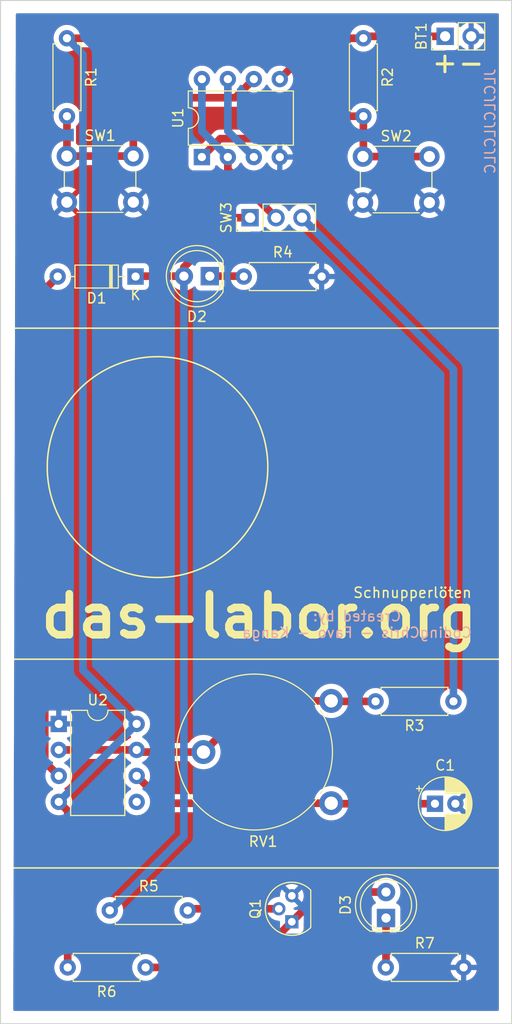
<source format=kicad_pcb>
(kicad_pcb (version 20211014) (generator pcbnew)
  (layers (0 "F.Cu" signal) (31 "B.Cu" signal) (34 "B.Paste" user) (35 "F.Paste" user) (36 "B.SilkS" user "B.Silkscreen") (37 "F.SilkS" user "F.Silkscreen") (38 "B.Mask" user) (39 "F.Mask" user) (44 "Edge.Cuts" user))
  (net 0 "")
  (net 1 "GND")
  (net 2 "+9V")
  (net 3 "/Threshold")
  (net 4 "/Drive_Constant")
  (net 5 "Net-(D1-Pad2)")
  (net 6 "Net-(D2-Pad1)")
  (net 7 "Net-(D3-Pad1)")
  (net 8 "Net-(D3-Pad2)")
  (net 9 "Net-(Q1-Pad2)")
  (net 10 "/On_Button")
  (net 11 "/Off_Button")
  (net 12 "/Drive_Timer")
  (net 13 "/Discharge")
  (net 14 "Net-(SW3-Pad2)")
  (net 15 "Net-(U1-Pad3)")
  (footprint "Resistor_THT:R_Axial_DIN0207_L6.3mm_D2.5mm_P7.62mm_Horizontal" (layer "F.Cu") (at 19 16.19 -90)
    (fp_text reference "R1" (at 3.81 -2.37 90) (layer "F.SilkS"))
    (fp_text value "10K")
    (fp_line (start 0.54 1.04) (end 0.54 1.37) (layer "F.SilkS") (width 0.12))
    (fp_line (start 7.08 -1.37) (end 7.08 -1.04) (layer "F.SilkS") (width 0.12))
    (fp_line (start 0.54 1.37) (end 7.08 1.37) (layer "F.SilkS") (width 0.12))
    (fp_line (start 0.54 -1.04) (end 0.54 -1.37) (layer "F.SilkS") (width 0.12))
    (fp_line (start 7.08 1.37) (end 7.08 1.04) (layer "F.SilkS") (width 0.12))
    (fp_line (start 0.54 -1.37) (end 7.08 -1.37) (layer "F.SilkS") (width 0.12))
    (pad "1" thru_hole circle locked (at 0 0 270) (size 1.6 1.6) (drill 0.8) (layers *.Cu *.Mask) (net 2 "+9V"))
    (pad "2" thru_hole oval locked (at 7.62 0 270) (size 1.6 1.6) (drill 0.8) (layers *.Cu *.Mask) (net 10 "/On_Button"))
  )
  (footprint "LED_THT:LED_D5.0mm" (layer "F.Cu") (at 50.213609 102.172648 90)
    (fp_text reference "D3" (at 1.27 -3.96 90) (layer "F.SilkS"))
    (fp_text value "LED")
    (fp_line (start -1.29 -1.545) (end -1.29 1.545) (layer "F.SilkS") (width 0.12))
    (fp_arc (start -1.29 -1.54483) (mid 2.072002 -2.880433) (end 4.26 0.000462) (layer "F.SilkS") (width 0.12))
    (fp_arc (start 4.26 -0.000462) (mid 2.072002 2.880433) (end -1.29 1.54483) (layer "F.SilkS") (width 0.12))
    (fp_circle (center 1.27 0) (end 3.77 0) (layer "F.SilkS") (width 0.12) (fill none))
    (pad "1" thru_hole rect locked (at 0 0 90) (size 1.8 1.8) (drill 0.9) (layers *.Cu *.Mask) (net 7 "Net-(D3-Pad1)"))
    (pad "2" thru_hole circle locked (at 2.54 0 90) (size 1.8 1.8) (drill 0.9) (layers *.Cu *.Mask) (net 8 "Net-(D3-Pad2)"))
  )
  (footprint "Connector_PinHeader_2.54mm:PinHeader_1x02_P2.54mm_Vertical" (layer "F.Cu") (at 56 16 90)
    (fp_text reference "BT1" (at 0 -2.33 90) (layer "F.SilkS"))
    (fp_text value "Battery")
    (fp_line (start -1.33 -1.33) (end 0 -1.33) (layer "F.SilkS") (width 0.12))
    (fp_line (start -1.33 3.87) (end 1.33 3.87) (layer "F.SilkS") (width 0.12))
    (fp_line (start -1.33 1.27) (end -1.33 3.87) (layer "F.SilkS") (width 0.12))
    (fp_line (start -1.33 1.27) (end 1.33 1.27) (layer "F.SilkS") (width 0.12))
    (fp_line (start 1.33 1.27) (end 1.33 3.87) (layer "F.SilkS") (width 0.12))
    (fp_line (start -1.33 0) (end -1.33 -1.33) (layer "F.SilkS") (width 0.12))
    (pad "1" thru_hole rect locked (at 0 0 90) (size 1.7 1.7) (drill 1) (layers *.Cu *.Mask) (net 2 "+9V"))
    (pad "2" thru_hole oval locked (at 0 2.54 90) (size 1.7 1.7) (drill 1) (layers *.Cu *.Mask) (net 1 "GND"))
  )
  (footprint "Package_TO_SOT_THT:TO-92" (layer "F.Cu") (at 41 102.54 90)
    (fp_text reference "Q1" (at 1.27 -3.56 90) (layer "F.SilkS"))
    (fp_text value "Q_NPN_CBE")
    (fp_line (start -0.53 1.85) (end 3.07 1.85) (layer "F.SilkS") (width 0.12))
    (fp_arc (start 1.27 -2.6) (mid 3.672087 -0.994977) (end 3.108478 1.838478) (layer "F.SilkS") (width 0.12))
    (fp_arc (start -0.568478 1.838478) (mid -1.132087 -0.994977) (end 1.27 -2.6) (layer "F.SilkS") (width 0.12))
    (pad "1" thru_hole rect locked (at 0 0 90) (size 1.3 1.3) (drill 0.75) (layers *.Cu *.Mask) (net 8 "Net-(D3-Pad2)"))
    (pad "2" thru_hole circle locked (at 1.27 -1.27 90) (size 1.3 1.3) (drill 0.75) (layers *.Cu *.Mask) (net 9 "Net-(Q1-Pad2)"))
    (pad "3" thru_hole circle locked (at 2.54 0 90) (size 1.3 1.3) (drill 0.75) (layers *.Cu *.Mask) (net 1 "GND"))
  )
  (footprint "LED_THT:LED_D5.0mm" (layer "F.Cu") (at 32.978736 39.439379 180)
    (fp_text reference "D2" (at 1.27 -3.96) (layer "F.SilkS"))
    (fp_text value "LED")
    (fp_line (start -1.29 -1.545) (end -1.29 1.545) (layer "F.SilkS") (width 0.12))
    (fp_arc (start 4.26 -0.000462) (mid 2.072002 2.880433) (end -1.29 1.54483) (layer "F.SilkS") (width 0.12))
    (fp_arc (start -1.29 -1.54483) (mid 2.072002 -2.880433) (end 4.26 0.000462) (layer "F.SilkS") (width 0.12))
    (fp_circle (center 1.27 0) (end 3.77 0) (layer "F.SilkS") (width 0.12) (fill none))
    (pad "1" thru_hole rect locked (at 0 0 180) (size 1.8 1.8) (drill 0.9) (layers *.Cu *.Mask) (net 6 "Net-(D2-Pad1)"))
    (pad "2" thru_hole circle locked (at 2.54 0 180) (size 1.8 1.8) (drill 0.9) (layers *.Cu *.Mask) (net 4 "/Drive_Constant"))
  )
  (footprint "Potentiometer_THT:Potentiometer_Piher_PT-15-V02_Vertical" (layer "F.Cu") (at 44.8525 80.9525 180)
    (fp_text reference "RV1" (at 6.665 -13.75) (layer "F.SilkS"))
    (fp_text value "50K")
    (fp_arc (start 1.037952 -0.963019) (mid 0.968481 -1.076412) (end 0.901 -1.191) (layer "F.SilkS") (width 0.12))
    (fp_arc (start 0.902012 -8.810055) (mid 0.969511 -8.924625) (end 1.039 -9.038) (layer "F.SilkS") (width 0.12))
    (fp_arc (start 0.772013 -1.423856) (mid -0.119358 -5.001051) (end 0.773 -8.578) (layer "F.SilkS") (width 0.12))
    (fp_arc (start 1.335291 -9.478924) (mid 14.28947 -8.459407) (end 7.5 2.62) (layer "F.SilkS") (width 0.12))
    (fp_arc (start 7.632064 2.618548) (mid 4.099288 1.818715) (end 1.335 -0.522) (layer "F.SilkS") (width 0.12))
    (pad "1" thru_hole circle locked (at 0 0 180) (size 2.34 2.34) (drill 1.3) (layers *.Cu *.Mask) (net 13 "/Discharge"))
    (pad "2" thru_hole circle locked (at 12.5 -5 180) (size 2.34 2.34) (drill 1.3) (layers *.Cu *.Mask) (net 13 "/Discharge"))
    (pad "3" thru_hole circle locked (at 0 -10 180) (size 2.34 2.34) (drill 1.3) (layers *.Cu *.Mask) (net 3 "/Threshold"))
  )
  (footprint "Package_DIP:DIP-8_W7.62mm" (layer "F.Cu") (at 18.2 83.2)
    (fp_text reference "U2" (at 3.81 -2.33) (layer "F.SilkS"))
    (fp_text value "NE555P")
    (fp_line (start 2.81 -1.33) (end 1.16 -1.33) (layer "F.SilkS") (width 0.12))
    (fp_line (start 6.46 -1.33) (end 4.81 -1.33) (layer "F.SilkS") (width 0.12))
    (fp_line (start 1.16 -1.33) (end 1.16 8.95) (layer "F.SilkS") (width 0.12))
    (fp_line (start 1.16 8.95) (end 6.46 8.95) (layer "F.SilkS") (width 0.12))
    (fp_line (start 6.46 8.95) (end 6.46 -1.33) (layer "F.SilkS") (width 0.12))
    (fp_arc (start 4.81 -1.33) (mid 3.81 -0.33) (end 2.81 -1.33) (layer "F.SilkS") (width 0.12))
    (pad "1" thru_hole rect locked (at 0 0) (size 1.6 1.6) (drill 0.8) (layers *.Cu *.Mask) (net 1 "GND"))
    (pad "2" thru_hole oval locked (at 0 2.54) (size 1.6 1.6) (drill 0.8) (layers *.Cu *.Mask) (net 13 "/Discharge"))
    (pad "3" thru_hole oval locked (at 0 5.08) (size 1.6 1.6) (drill 0.8) (layers *.Cu *.Mask) (net 5 "Net-(D1-Pad2)"))
    (pad "4" thru_hole oval locked (at 0 7.62) (size 1.6 1.6) (drill 0.8) (layers *.Cu *.Mask) (net 2 "+9V"))
    (pad "5" thru_hole oval locked (at 7.62 7.62) (size 1.6 1.6) (drill 0.8) (layers *.Cu *.Mask))
    (pad "6" thru_hole oval locked (at 7.62 5.08) (size 1.6 1.6) (drill 0.8) (layers *.Cu *.Mask) (net 3 "/Threshold"))
    (pad "7" thru_hole oval locked (at 7.62 2.54) (size 1.6 1.6) (drill 0.8) (layers *.Cu *.Mask) (net 13 "/Discharge"))
    (pad "8" thru_hole oval locked (at 7.62 0) (size 1.6 1.6) (drill 0.8) (layers *.Cu *.Mask) (net 2 "+9V"))
  )
  (footprint "Resistor_THT:R_Axial_DIN0207_L6.3mm_D2.5mm_P7.62mm_Horizontal" (layer "F.Cu") (at 26.691818 107 180)
    (fp_text reference "R6" (at 3.81 -2.37) (layer "F.SilkS"))
    (fp_text value "1K")
    (fp_line (start 7.08 -1.37) (end 7.08 -1.04) (layer "F.SilkS") (width 0.12))
    (fp_line (start 0.54 1.37) (end 7.08 1.37) (layer "F.SilkS") (width 0.12))
    (fp_line (start 7.08 1.37) (end 7.08 1.04) (layer "F.SilkS") (width 0.12))
    (fp_line (start 0.54 1.04) (end 0.54 1.37) (layer "F.SilkS") (width 0.12))
    (fp_line (start 0.54 -1.04) (end 0.54 -1.37) (layer "F.SilkS") (width 0.12))
    (fp_line (start 0.54 -1.37) (end 7.08 -1.37) (layer "F.SilkS") (width 0.12))
    (pad "1" thru_hole circle locked (at 0 0 180) (size 1.6 1.6) (drill 0.8) (layers *.Cu *.Mask) (net 8 "Net-(D3-Pad2)"))
    (pad "2" thru_hole oval locked (at 7.62 0 180) (size 1.6 1.6) (drill 0.8) (layers *.Cu *.Mask) (net 2 "+9V"))
  )
  (footprint "Resistor_THT:R_Axial_DIN0207_L6.3mm_D2.5mm_P7.62mm_Horizontal" (layer "F.Cu") (at 56.81 81 180)
    (fp_text reference "R3" (at 3.81 -2.37) (layer "F.SilkS"))
    (fp_text value "50K")
    (fp_line (start 0.54 -1.04) (end 0.54 -1.37) (layer "F.SilkS") (width 0.12))
    (fp_line (start 0.54 -1.37) (end 7.08 -1.37) (layer "F.SilkS") (width 0.12))
    (fp_line (start 0.54 1.37) (end 7.08 1.37) (layer "F.SilkS") (width 0.12))
    (fp_line (start 7.08 1.37) (end 7.08 1.04) (layer "F.SilkS") (width 0.12))
    (fp_line (start 7.08 -1.37) (end 7.08 -1.04) (layer "F.SilkS") (width 0.12))
    (fp_line (start 0.54 1.04) (end 0.54 1.37) (layer "F.SilkS") (width 0.12))
    (pad "1" thru_hole circle locked (at 0 0 180) (size 1.6 1.6) (drill 0.8) (layers *.Cu *.Mask) (net 12 "/Drive_Timer"))
    (pad "2" thru_hole oval locked (at 7.62 0 180) (size 1.6 1.6) (drill 0.8) (layers *.Cu *.Mask) (net 13 "/Discharge"))
  )
  (footprint "switch_footprints:SW_PUSH_6mm" (layer "F.Cu") (at 47.95458 27.75)
    (fp_text reference "SW2" (at 3.25 -2) (layer "F.SilkS"))
    (fp_text value "OFF")
    (fp_line (start 1 5.5) (end 5.5 5.5) (layer "F.SilkS") (width 0.12))
    (fp_line (start 6.75 3) (end 6.75 1.5) (layer "F.SilkS") (width 0.12))
    (fp_line (start -0.25 1.5) (end -0.25 3) (layer "F.SilkS") (width 0.12))
    (fp_line (start 5.5 -1) (end 1 -1) (layer "F.SilkS") (width 0.12))
    (pad "1" thru_hole circle (at 0 0 90) (size 2 2) (drill 1.1) (layers *.Cu *.Mask) (net 11 "/Off_Button"))
    (pad "2" thru_hole circle (at 6.5 0 90) (size 2 2) (drill 1.1) (layers *.Cu *.Mask) (net 11 "/Off_Button"))
    (pad "3" thru_hole circle (at 0 4.5 90) (size 2 2) (drill 1.1) (layers *.Cu *.Mask) (net 1 "GND"))
    (pad "4" thru_hole circle (at 6.5 4.5 90) (size 2 2) (drill 1.1) (layers *.Cu *.Mask) (net 1 "GND"))
  )
  (footprint "Package_DIP:DIP-8_W7.62mm" (layer "F.Cu") (at 32.2 27.8 90)
    (fp_text reference "U1" (at 3.81 -2.33 90) (layer "F.SilkS"))
    (fp_text value "CD40107BE")
    (fp_line (start 6.46 8.95) (end 6.46 -1.33) (layer "F.SilkS") (width 0.12))
    (fp_line (start 6.46 -1.33) (end 4.81 -1.33) (layer "F.SilkS") (width 0.12))
    (fp_line (start 1.16 -1.33) (end 1.16 8.95) (layer "F.SilkS") (width 0.12))
    (fp_line (start 2.81 -1.33) (end 1.16 -1.33) (layer "F.SilkS") (width 0.12))
    (fp_line (start 1.16 8.95) (end 6.46 8.95) (layer "F.SilkS") (width 0.12))
    (fp_arc (start 4.81 -1.33) (mid 3.81 -0.33) (end 2.81 -1.33) (layer "F.SilkS") (width 0.12))
    (pad "1" thru_hole rect locked (at 0 0 90) (size 1.6 1.6) (drill 0.8) (layers *.Cu *.Mask) (net 11 "/Off_Button"))
    (pad "2" thru_hole oval locked (at 0 2.54 90) (size 1.6 1.6) (drill 0.8) (layers *.Cu *.Mask) (net 14 "Net-(SW3-Pad2)"))
    (pad "3" thru_hole oval locked (at 0 5.08 90) (size 1.6 1.6) (drill 0.8) (layers *.Cu *.Mask) (net 15 "Net-(U1-Pad3)"))
    (pad "4" thru_hole oval locked (at 0 7.62 90) (size 1.6 1.6) (drill 0.8) (layers *.Cu *.Mask) (net 1 "GND"))
    (pad "5" thru_hole oval locked (at 7.62 7.62 90) (size 1.6 1.6) (drill 0.8) (layers *.Cu *.Mask) (net 2 "+9V"))
    (pad "6" thru_hole oval locked (at 7.62 5.08 90) (size 1.6 1.6) (drill 0.8) (layers *.Cu *.Mask) (net 10 "/On_Button"))
    (pad "7" thru_hole oval locked (at 7.62 2.54 90) (size 1.6 1.6) (drill 0.8) (layers *.Cu *.Mask) (net 15 "Net-(U1-Pad3)"))
    (pad "8" thru_hole oval locked (at 7.62 0 90) (size 1.6 1.6) (drill 0.8) (layers *.Cu *.Mask) (net 14 "Net-(SW3-Pad2)"))
  )
  (footprint "Resistor_THT:R_Axial_DIN0207_L6.3mm_D2.5mm_P7.62mm_Horizontal" (layer "F.Cu") (at 36.29908 39.478773)
    (fp_text reference "R4" (at 3.81 -2.37) (layer "F.SilkS"))
    (fp_text value "1K")
    (fp_line (start 0.54 1.04) (end 0.54 1.37) (layer "F.SilkS") (width 0.12))
    (fp_line (start 7.08 1.37) (end 7.08 1.04) (layer "F.SilkS") (width 0.12))
    (fp_line (start 0.54 -1.04) (end 0.54 -1.37) (layer "F.SilkS") (width 0.12))
    (fp_line (start 0.54 -1.37) (end 7.08 -1.37) (layer "F.SilkS") (width 0.12))
    (fp_line (start 0.54 1.37) (end 7.08 1.37) (layer "F.SilkS") (width 0.12))
    (fp_line (start 7.08 -1.37) (end 7.08 -1.04) (layer "F.SilkS") (width 0.12))
    (pad "1" thru_hole circle locked (at 0 0) (size 1.6 1.6) (drill 0.8) (layers *.Cu *.Mask) (net 6 "Net-(D2-Pad1)"))
    (pad "2" thru_hole oval locked (at 7.62 0) (size 1.6 1.6) (drill 0.8) (layers *.Cu *.Mask) (net 1 "GND"))
  )
  (footprint "switch_footprints:SW_PUSH_6mm" (layer "F.Cu") (at 18.990916 27.704562)
    (fp_text reference "SW1" (at 3.25 -2) (layer "F.SilkS"))
    (fp_text value "ON")
    (fp_line (start 6.75 3) (end 6.75 1.5) (layer "F.SilkS") (width 0.12))
    (fp_line (start -0.25 1.5) (end -0.25 3) (layer "F.SilkS") (width 0.12))
    (fp_line (start 5.5 -1) (end 1 -1) (layer "F.SilkS") (width 0.12))
    (fp_line (start 1 5.5) (end 5.5 5.5) (layer "F.SilkS") (width 0.12))
    (pad "1" thru_hole circle (at 0 0 90) (size 2 2) (drill 1.1) (layers *.Cu *.Mask) (net 10 "/On_Button"))
    (pad "2" thru_hole circle (at 6.5 0 90) (size 2 2) (drill 1.1) (layers *.Cu *.Mask) (net 10 "/On_Button"))
    (pad "3" thru_hole circle (at 0 4.5 90) (size 2 2) (drill 1.1) (layers *.Cu *.Mask) (net 1 "GND"))
    (pad "4" thru_hole circle (at 6.5 4.5 90) (size 2 2) (drill 1.1) (layers *.Cu *.Mask) (net 1 "GND"))
  )
  (footprint "Resistor_THT:R_Axial_DIN0207_L6.3mm_D2.5mm_P7.62mm_Horizontal" (layer "F.Cu") (at 50.19 107)
    (fp_text reference "R7" (at 3.81 -2.37) (layer "F.SilkS"))
    (fp_text value "1K")
    (fp_line (start 0.54 -1.04) (end 0.54 -1.37) (layer "F.SilkS") (width 0.12))
    (fp_line (start 0.54 1.04) (end 0.54 1.37) (layer "F.SilkS") (width 0.12))
    (fp_line (start 7.08 1.37) (end 7.08 1.04) (layer "F.SilkS") (width 0.12))
    (fp_line (start 0.54 1.37) (end 7.08 1.37) (layer "F.SilkS") (width 0.12))
    (fp_line (start 0.54 -1.37) (end 7.08 -1.37) (layer "F.SilkS") (width 0.12))
    (fp_line (start 7.08 -1.37) (end 7.08 -1.04) (layer "F.SilkS") (width 0.12))
    (pad "1" thru_hole circle locked (at 0 0) (size 1.6 1.6) (drill 0.8) (layers *.Cu *.Mask) (net 7 "Net-(D3-Pad1)"))
    (pad "2" thru_hole oval locked (at 7.62 0) (size 1.6 1.6) (drill 0.8) (layers *.Cu *.Mask) (net 1 "GND"))
  )
  (footprint "Resistor_THT:R_Axial_DIN0207_L6.3mm_D2.5mm_P7.62mm_Horizontal" (layer "F.Cu") (at 48 16.19 -90)
    (fp_text reference "R2" (at 3.81 -2.37 90) (layer "F.SilkS"))
    (fp_text value "10K")
    (fp_line (start 7.08 -1.37) (end 7.08 -1.04) (layer "F.SilkS") (width 0.12))
    (fp_line (start 0.54 -1.37) (end 7.08 -1.37) (layer "F.SilkS") (width 0.12))
    (fp_line (start 7.08 1.37) (end 7.08 1.04) (layer "F.SilkS") (width 0.12))
    (fp_line (start 0.54 -1.04) (end 0.54 -1.37) (layer "F.SilkS") (width 0.12))
    (fp_line (start 0.54 1.04) (end 0.54 1.37) (layer "F.SilkS") (width 0.12))
    (fp_line (start 0.54 1.37) (end 7.08 1.37) (layer "F.SilkS") (width 0.12))
    (pad "1" thru_hole circle locked (at 0 0 270) (size 1.6 1.6) (drill 0.8) (layers *.Cu *.Mask) (net 2 "+9V"))
    (pad "2" thru_hole oval locked (at 7.62 0 270) (size 1.6 1.6) (drill 0.8) (layers *.Cu *.Mask) (net 11 "/Off_Button"))
  )
  (footprint "Resistor_THT:R_Axial_DIN0207_L6.3mm_D2.5mm_P7.62mm_Horizontal" (layer "F.Cu") (at 23.19 101.427218)
    (fp_text reference "R5" (at 3.81 -2.37) (layer "F.SilkS"))
    (fp_text value "10K")
    (fp_line (start 7.08 1.37) (end 7.08 1.04) (layer "F.SilkS") (width 0.12))
    (fp_line (start 0.54 -1.37) (end 7.08 -1.37) (layer "F.SilkS") (width 0.12))
    (fp_line (start 0.54 -1.04) (end 0.54 -1.37) (layer "F.SilkS") (width 0.12))
    (fp_line (start 7.08 -1.37) (end 7.08 -1.04) (layer "F.SilkS") (width 0.12))
    (fp_line (start 0.54 1.37) (end 7.08 1.37) (layer "F.SilkS") (width 0.12))
    (fp_line (start 0.54 1.04) (end 0.54 1.37) (layer "F.SilkS") (width 0.12))
    (pad "1" thru_hole circle locked (at 0 0) (size 1.6 1.6) (drill 0.8) (layers *.Cu *.Mask) (net 4 "/Drive_Constant"))
    (pad "2" thru_hole oval locked (at 7.62 0) (size 1.6 1.6) (drill 0.8) (layers *.Cu *.Mask) (net 9 "Net-(Q1-Pad2)"))
  )
  (footprint "Diode_THT:D_DO-35_SOD27_P7.62mm_Horizontal" (layer "F.Cu") (at 25.713007 39.478773 180)
    (fp_text reference "D1" (at 3.81 -2.12) (layer "F.SilkS"))
    (fp_text value "1N914")
    (fp_text user "K" (at 0 -1.8) (layer "F.SilkS"))
    (fp_line (start 2.41 -1.12) (end 2.41 1.12) (layer "F.SilkS") (width 0.12))
    (fp_line (start 2.53 -1.12) (end 2.53 1.12) (layer "F.SilkS") (width 0.12))
    (fp_line (start 5.93 -1.12) (end 1.69 -1.12) (layer "F.SilkS") (width 0.12))
    (fp_line (start 5.93 1.12) (end 5.93 -1.12) (layer "F.SilkS") (width 0.12))
    (fp_line (start 1.04 0) (end 1.69 0) (layer "F.SilkS") (width 0.12))
    (fp_line (start 2.29 -1.12) (end 2.29 1.12) (layer "F.SilkS") (width 0.12))
    (fp_line (start 6.58 0) (end 5.93 0) (layer "F.SilkS") (width 0.12))
    (fp_line (start 1.69 -1.12) (end 1.69 1.12) (layer "F.SilkS") (width 0.12))
    (fp_line (start 1.69 1.12) (end 5.93 1.12) (layer "F.SilkS") (width 0.12))
    (pad "1" thru_hole rect locked (at 0 0 180) (size 1.6 1.6) (drill 0.8) (layers *.Cu *.Mask) (net 4 "/Drive_Constant"))
    (pad "2" thru_hole oval locked (at 7.62 0 180) (size 1.6 1.6) (drill 0.8) (layers *.Cu *.Mask) (net 5 "Net-(D1-Pad2)"))
  )
  (footprint "Capacitor_THT:CP_Radial_D5.0mm_P2.00mm" (layer "F.Cu") (at 55 91)
    (fp_text reference "C1" (at 1 -3.75) (layer "F.SilkS"))
    (fp_text value "50uF")
    (fp_line (start 1.761 -2.468) (end 1.761 -1.04) (layer "F.SilkS") (width 0.12))
    (fp_line (start 2.481 1.04) (end 2.481 2.122) (layer "F.SilkS") (width 0.12))
    (fp_line (start 1.881 -2.428) (end 1.881 -1.04) (layer "F.SilkS") (width 0.12))
    (fp_line (start 1.36 1.04) (end 1.36 2.556) (layer "F.SilkS") (width 0.12))
    (fp_line (start 1.961 1.04) (end 1.961 2.398) (layer "F.SilkS") (width 0.12))
    (fp_line (start 2.361 -2.2) (end 2.361 -1.04) (layer "F.SilkS") (width 0.12))
    (fp_line (start 2.321 -2.224) (end 2.321 -1.04) (layer "F.SilkS") (width 0.12))
    (fp_line (start 1.08 -2.579) (end 1.08 -1.04) (layer "F.SilkS") (width 0.12))
    (fp_line (start 1.04 -2.58) (end 1.04 -1.04) (layer "F.SilkS") (width 0.12))
    (fp_line (start 1.6 1.04) (end 1.6 2.511) (layer "F.SilkS") (width 0.12))
    (fp_line (start -1.804775 -1.475) (end -1.304775 -1.475) (layer "F.SilkS") (width 0.12))
    (fp_line (start 1.961 -2.398) (end 1.961 -1.04) (layer "F.SilkS") (width 0.12))
    (fp_line (start 2.041 -2.365) (end 2.041 -1.04) (layer "F.SilkS") (width 0.12))
    (fp_line (start 1.24 -2.569) (end 1.24 -1.04) (layer "F.SilkS") (width 0.12))
    (fp_line (start 2.401 1.04) (end 2.401 2.175) (layer "F.SilkS") (width 0.12))
    (fp_line (start 1.68 -2.491) (end 1.68 -1.04) (layer "F.SilkS") (width 0.12))
    (fp_line (start 2.481 -2.122) (end 2.481 -1.04) (layer "F.SilkS") (width 0.12))
    (fp_line (start 1.52 1.04) (end 1.52 2.528) (layer "F.SilkS") (width 0.12))
    (fp_line (start 2.961 -1.699) (end 2.961 -1.04) (layer "F.SilkS") (width 0.12))
    (fp_line (start 1.08 1.04) (end 1.08 2.579) (layer "F.SilkS") (width 0.12))
    (fp_line (start 2.401 -2.175) (end 2.401 -1.04) (layer "F.SilkS") (width 0.12))
    (fp_line (start 2.841 1.04) (end 2.841 1.826) (layer "F.SilkS") (width 0.12))
    (fp_line (start 1.721 -2.48) (end 1.721 -1.04) (layer "F.SilkS") (width 0.12))
    (fp_line (start -1.554775 -1.725) (end -1.554775 -1.225) (layer "F.SilkS") (width 0.12))
    (fp_line (start 1.32 1.04) (end 1.32 2.561) (layer "F.SilkS") (width 0.12))
    (fp_line (start 1.16 1.04) (end 1.16 2.576) (layer "F.SilkS") (width 0.12))
    (fp_line (start 3.601 -0.284) (end 3.601 0.284) (layer "F.SilkS") (width 0.12))
    (fp_line (start 3.521 -0.677) (end 3.521 0.677) (layer "F.SilkS") (width 0.12))
    (fp_line (start 3.001 1.04) (end 3.001 1.653) (layer "F.SilkS") (width 0.12))
    (fp_line (start 1.28 -2.565) (end 1.28 -1.04) (layer "F.SilkS") (width 0.12))
    (fp_line (start 2.001 -2.382) (end 2.001 -1.04) (layer "F.SilkS") (width 0.12))
    (fp_line (start 1.44 1.04) (end 1.44 2.543) (layer "F.SilkS") (width 0.12))
    (fp_line (start 1.44 -2.543) (end 1.44 -1.04) (layer "F.SilkS") (width 0.12))
    (fp_line (start 2.521 1.04) (end 2.521 2.095) (layer "F.SilkS") (width 0.12))
    (fp_line (start 1.801 -2.455) (end 1.801 -1.04) (layer "F.SilkS") (width 0.12))
    (fp_line (start 2.881 -1.785) (end 2.881 -1.04) (layer "F.SilkS") (width 0.12))
    (fp_line (start 2.321 1.04) (end 2.321 2.224) (layer "F.SilkS") (width 0.12))
    (fp_line (start 3.441 -0.915) (end 3.441 0.915) (layer "F.SilkS") (width 0.12))
    (fp_line (start 3.041 -1.605) (end 3.041 1.605) (layer "F.SilkS") (width 0.12))
    (fp_line (start 2.721 1.04) (end 2.721 1.937) (layer "F.SilkS") (width 0.12))
    (fp_line (start 1.24 1.04) (end 1.24 2.569) (layer "F.SilkS") (width 0.12))
    (fp_line (start 2.921 -1.743) (end 2.921 -1.04) (layer "F.SilkS") (width 0.12))
    (fp_line (start 1.2 -2.573) (end 1.2 -1.04) (layer "F.SilkS") (width 0.12))
    (fp_line (start 3.401 -1.011) (end 3.401 1.011) (layer "F.SilkS") (width 0.12))
    (fp_line (start 1.4 -2.55) (end 1.4 -1.04) (layer "F.SilkS") (width 0.12))
    (fp_line (start 2.801 -1.864) (end 2.801 -1.04) (layer "F.SilkS") (width 0.12))
    (fp_line (start 2.681 1.04) (end 2.681 1.971) (layer "F.SilkS") (width 0.12))
    (fp_line (start 1.921 1.04) (end 1.921 2.414) (layer "F.SilkS") (width 0.12))
    (fp_line (start 1 1.04) (end 1 2.58) (layer "F.SilkS") (width 0.12))
    (fp_line (start 2.241 1.04) (end 2.241 2.268) (layer "F.SilkS") (width 0.12))
    (fp_line (start 3.161 -1.443) (end 3.161 1.443) (layer "F.SilkS") (width 0.12))
    (fp_line (start 1.12 -2.578) (end 1.12 -1.04) (layer "F.SilkS") (width 0.12))
    (fp_line (start 3.321 -1.178) (end 3.321 1.178) (layer "F.SilkS") (width 0.12))
    (fp_line (start 2.121 -2.329) (end 2.121 -1.04) (layer "F.SilkS") (width 0.12))
    (fp_line (start 3.201 -1.383) (end 3.201 1.383) (layer "F.SilkS") (width 0.12))
    (fp_line (start 1.36 -2.556) (end 1.36 -1.04) (layer "F.SilkS") (width 0.12))
    (fp_line (start 2.121 1.04) (end 2.121 2.329) (layer "F.SilkS") (width 0.12))
    (fp_line (start 2.081 -2.348) (end 2.081 -1.04) (layer "F.SilkS") (width 0.12))
    (fp_line (start 1.841 -2.442) (end 1.841 -1.04) (layer "F.SilkS") (width 0.12))
    (fp_line (start 2.441 1.04) (end 2.441 2.149) (layer "F.SilkS") (width 0.12))
    (fp_line (start 1.04 1.04) (end 1.04 2.58) (layer "F.SilkS") (width 0.12))
    (fp_line (start 2.201 -2.29) (end 2.201 -1.04) (layer "F.SilkS") (width 0.12))
    (fp_line (start 3.081 -1.554) (end 3.081 1.554) (layer "F.SilkS") (width 0.12))
    (fp_line (start 2.161 1.04) (end 2.161 2.31) (layer "F.SilkS") (width 0.12))
    (fp_line (start 2.281 -2.247) (end 2.281 -1.04) (layer "F.SilkS") (width 0.12))
    (fp_line (start 2.241 -2.268) (end 2.241 -1.04) (layer "F.SilkS") (width 0.12))
    (fp_line (start 3.481 -0.805) (end 3.481 0.805) (layer "F.SilkS") (width 0.12))
    (fp_line (start 1.841 1.04) (end 1.841 2.442) (layer "F.SilkS") (width 0.12))
    (fp_line (start 2.041 1.04) (end 2.041 2.365) (layer "F.SilkS") (width 0.12))
    (fp_line (start 2.161 -2.31) (end 2.161 -1.04) (layer "F.SilkS") (width 0.12))
    (fp_line (start 2.601 -2.035) (end 2.601 -1.04) (layer "F.SilkS") (width 0.12))
    (fp_line (start 2.761 -1.901) (end 2.761 -1.04) (layer "F.SilkS") (width 0.12))
    (fp_line (start 1.2 1.04) (end 1.2 2.573) (layer "F.SilkS") (width 0.12))
    (fp_line (start 1.4 1.04) (end 1.4 2.55) (layer "F.SilkS") (width 0.12))
    (fp_line (start 2.761 1.04) (end 2.761 1.901) (layer "F.SilkS") (width 0.12))
    (fp_line (start 2.281 1.04) (end 2.281 2.247) (layer "F.SilkS") (width 0.12))
    (fp_line (start 2.081 1.04) (end 2.081 2.348) (layer "F.SilkS") (width 0.12))
    (fp_line (start 1.56 -2.52) (end 1.56 -1.04) (layer "F.SilkS") (width 0.12))
    (fp_line (start 1.6 -2.511) (end 1.6 -1.04) (layer "F.SilkS") (width 0.12))
    (fp_line (start 2.921 1.04) (end 2.921 1.743) (layer "F.SilkS") (width 0.12))
    (fp_line (start 2.841 -1.826) (end 2.841 -1.04) (layer "F.SilkS") (width 0.12))
    (fp_line (start 2.881 1.04) (end 2.881 1.785) (layer "F.SilkS") (width 0.12))
    (fp_line (start 2.561 -2.065) (end 2.561 -1.04) (layer "F.SilkS") (width 0.12))
    (fp_line (start 1.64 -2.501) (end 1.64 -1.04) (layer "F.SilkS") (width 0.12))
    (fp_line (start 1.921 -2.414) (end 1.921 -1.04) (layer "F.SilkS") (width 0.12))
    (fp_line (start 1.52 -2.528) (end 1.52 -1.04) (layer "F.SilkS") (width 0.12))
    (fp_line (start 2.601 1.04) (end 2.601 2.035) (layer "F.SilkS") (width 0.12))
    (fp_line (start 3.361 -1.098) (end 3.361 1.098) (layer "F.SilkS") (width 0.12))
    (fp_line (start 1.28 1.04) (end 1.28 2.565) (layer "F.SilkS") (width 0.12))
    (fp_line (start 1.881 1.04) (end 1.881 2.428) (layer "F.SilkS") (width 0.12))
    (fp_line (start 1.68 1.04) (end 1.68 2.491) (layer "F.SilkS") (width 0.12))
    (fp_line (start 1.801 1.04) (end 1.801 2.455) (layer "F.SilkS") (width 0.12))
    (fp_line (start 2.201 1.04) (end 2.201 2.29) (layer "F.SilkS") (width 0.12))
    (fp_line (start 2.561 1.04) (end 2.561 2.065) (layer "F.SilkS") (width 0.12))
    (fp_line (start 1.721 1.04) (end 1.721 2.48) (layer "F.SilkS") (width 0.12))
    (fp_line (start 2.441 -2.149) (end 2.441 -1.04) (layer "F.SilkS") (width 0.12))
    (fp_line (start 2.521 -2.095) (end 2.521 -1.04) (layer "F.SilkS") (width 0.12))
    (fp_line (start 1.64 1.04) (end 1.64 2.501) (layer "F.SilkS") (width 0.12))
    (fp_line (start 1.12 1.04) (end 1.12 2.578) (layer "F.SilkS") (width 0.12))
    (fp_line (start 1.16 -2.576) (end 1.16 -1.04) (layer "F.SilkS") (width 0.12))
    (fp_line (start 2.001 1.04) (end 2.001 2.382) (layer "F.SilkS") (width 0.12))
    (fp_line (start 2.801 1.04) (end 2.801 1.864) (layer "F.SilkS") (width 0.12))
    (fp_line (start 1.32 -2.561) (end 1.32 -1.04) (layer "F.SilkS") (width 0.12))
    (fp_line (start 2.721 -1.937) (end 2.721 -1.04) (layer "F.SilkS") (width 0.12))
    (fp_line (start 2.961 1.04) (end 2.961 1.699) (layer "F.SilkS") (width 0.12))
    (fp_line (start 3.281 -1.251) (end 3.281 1.251) (layer "F.SilkS") (width 0.12))
    (fp_line (start 1 -2.58) (end 1 -1.04) (layer "F.SilkS") (width 0.12))
    (fp_line (start 3.241 -1.319) (end 3.241 1.319) (layer "F.SilkS") (width 0.12))
    (fp_line (start 2.641 1.04) (end 2.641 2.004) (layer "F.SilkS") (width 0.12))
    (fp_line (start 2.681 -1.971) (end 2.681 -1.04) (layer "F.SilkS") (width 0.12))
    (fp_line (start 3.561 -0.518) (end 3.561 0.518) (layer "F.SilkS") (width 0.12))
    (fp_line (start 2.641 -2.004) (end 2.641 -1.04) (layer "F.SilkS") (width 0.12))
    (fp_line (start 2.361 1.04) (end 2.361 2.2) (layer "F.SilkS") (width 0.12))
    (fp_line (start 3.001 -1.653) (end 3.001 -1.04) (layer "F.SilkS") (width 0.12))
    (fp_line (start 1.48 1.04) (end 1.48 2.536) (layer "F.SilkS") (width 0.12))
    (fp_line (start 1.761 1.04) (end 1.761 2.468) (layer "F.SilkS") (width 0.12))
    (fp_line (start 1.56 1.04) (end 1.56 2.52) (layer "F.SilkS") (width 0.12))
    (fp_line (start 1.48 -2.536) (end 1.48 -1.04) (layer "F.SilkS") (width 0.12))
    (fp_line (start 3.121 -1.5) (end 3.121 1.5) (layer "F.SilkS") (width 0.12))
    (fp_circle (center 1 0) (end 3.62 0) (layer "F.SilkS") (width 0.12) (fill none))
    (pad "1" thru_hole rect locked (at 0 0) (size 1.6 1.6) (drill 0.8) (layers *.Cu *.Mask) (net 3 "/Threshold"))
    (pad "2" thru_hole circle locked (at 2 0) (size 1.6 1.6) (drill 0.8) (layers *.Cu *.Mask) (net 1 "GND"))
  )
  (footprint "Connector_PinHeader_2.54mm:PinHeader_1x03_P2.54mm_Vertical" (layer "F.Cu") (at 36.914379 33.727225 90)
    (fp_text reference "SW3" (at 0 -2.33 90) (layer "F.SilkS"))
    (fp_text value "SW_Push_SPDT")
    (fp_line (start -1.33 1.27) (end 1.33 1.27) (layer "F.SilkS") (width 0.12))
    (fp_line (start -1.33 0) (end -1.33 -1.33) (layer "F.SilkS") (width 0.12))
    (fp_line (start -1.33 -1.33) (end 0 -1.33) (layer "F.SilkS") (width 0.12))
    (fp_line (start 1.33 1.27) (end 1.33 6.41) (layer "F.SilkS") (width 0.12))
    (fp_line (start -1.33 6.41) (end 1.33 6.41) (layer "F.SilkS") (width 0.12))
    (fp_line (start -1.33 1.27) (end -1.33 6.41) (layer "F.SilkS") (width 0.12))
    (pad "1" thru_hole rect locked (at 0 0 90) (size 1.7 1.7) (drill 1) (layers *.Cu *.Mask) (net 4 "/Drive_Constant"))
    (pad "2" thru_hole oval locked (at 0 2.54 90) (size 1.7 1.7) (drill 1) (layers *.Cu *.Mask) (net 14 "Net-(SW3-Pad2)"))
    (pad "3" thru_hole oval locked (at 0 5.08 90) (size 1.7 1.7) (drill 1) (layers *.Cu *.Mask) (net 12 "/Drive_Timer"))
  )
  (gr_line (start 61.25 76.875) (end 13.842684 76.876766) (layer "F.SilkS") (width 0.15))
  (gr_line (start 61.2375 44.525) (end 13.9125 44.525) (layer "F.SilkS") (width 0.15))
  (gr_line (start 61.251774 97.277571) (end 13.790923 97.278259) (layer "F.SilkS") (width 0.15))
  (gr_circle (center 27.860291 58.1) (end 38.458272 56.075) (layer "F.SilkS") (width 0.15) (fill none))
  (gr_line (start 62.5 12.5) (end 62.5 112.5) (layer "Edge.Cuts") (width 0.1))
  (gr_line (start 62.5 112.5) (end 12.5 112.5) (layer "Edge.Cuts") (width 0.1))
  (gr_line (start 12.5 12.5) (end 62.5 12.5) (layer "Edge.Cuts") (width 0.1))
  (gr_line (start 12.5 112.5) (end 12.5 12.5) (layer "Edge.Cuts") (width 0.1))
  (gr_text "Created by:\nCodingChris - Favo - Kanga" (at 47.375 73.475) (layer "B.SilkS") (effects (font (size 1 1)) (justify mirror)))
  (gr_text "JLCJLCJLCJLC" (at 60.4 24.3 90) (layer "B.SilkS") (effects (font (size 1 1)) (justify mirror)))
  (gr_text "das-labor.org" (at 37.8 72.675) (layer "F.SilkS") (effects (font (size 4 4) (thickness 0.75))))
  (gr_text "+" (at 55.975 18.55) (layer "F.SilkS") (effects (font (size 2 2) (thickness 0.3))))
  (gr_text "Schnupperlöten\n" (at 52.8 70.375) (layer "F.SilkS") (effects (font (size 1 1))))
  (gr_text "-" (at 58.55 18.575) (layer "F.SilkS") (effects (font (size 2 2) (thickness 0.3))))
  (segment (start 19.071818 107) (end 19.071818 91.691818) (width 0.75) (layer "F.Cu") (net 2))
  (segment (start 48 16.19) (end 19 16.19) (width 0.75) (layer "F.Cu") (net 2))
  (segment (start 56 16) (end 48.19 16) (width 0.75) (layer "F.Cu") (net 2))
  (segment (start 48 16.19) (end 43.81 16.19) (width 0.75) (layer "F.Cu") (net 2))
  (segment (start 19.071818 91.691818) (end 18.2 90.82) (width 0.75) (layer "F.Cu") (net 2))
  (segment (start 48.19 16) (end 48 16.19) (width 0.75) (layer "F.Cu") (net 2))
  (segment (start 43.81 16.19) (end 39.82 20.18) (width 0.75) (layer "F.Cu") (net 2))
  (segment (start 20.565427 17.755427) (end 20.565427 77.945427) (width 0.75) (layer "B.Cu") (net 2))
  (segment (start 20.565427 77.945427) (end 25.82 83.2) (width 0.75) (layer "B.Cu") (net 2))
  (segment (start 19 16.19) (end 20.565427 17.755427) (width 0.75) (layer "B.Cu") (net 2))
  (segment (start 18.2 90.82) (end 25.82 83.2) (width 0.75) (layer "B.Cu") (net 2))
  (segment (start 55 91) (end 44.9 91) (width 0.75) (layer "F.Cu") (net 3))
  (segment (start 28.4925 90.9525) (end 25.82 88.28) (width 0.75) (layer "F.Cu") (net 3))
  (segment (start 44.9 91) (end 44.8525 90.9525) (width 0.75) (layer "F.Cu") (net 3))
  (segment (start 44.8525 90.9525) (end 28.4925 90.9525) (width 0.75) (layer "F.Cu") (net 3))
  (segment (start 30.438736 38.561264) (end 30.438736 39.439379) (width 0.75) (layer "F.Cu") (net 4))
  (segment (start 36.914379 33.727225) (end 35.272775 33.727225) (width 0.75) (layer "F.Cu") (net 4))
  (segment (start 25.752401 39.439379) (end 25.713007 39.478773) (width 0.75) (layer "F.Cu") (net 4))
  (segment (start 35.272775 33.727225) (end 30.438736 38.561264) (width 0.75) (layer "F.Cu") (net 4))
  (segment (start 30.438736 39.439379) (end 25.752401 39.439379) (width 0.75) (layer "F.Cu") (net 4))
  (segment (start 23.19 101.427218) (end 30.438736 94.178482) (width 0.75) (layer "B.Cu") (net 4))
  (segment (start 30.438736 94.178482) (end 30.438736 39.439379) (width 0.75) (layer "B.Cu") (net 4))
  (segment (start 18.2 88.28) (end 16.825489 86.905489) (width 0.75) (layer "F.Cu") (net 5))
  (segment (start 16.825489 86.905489) (end 16.825489 40.746291) (width 0.75) (layer "F.Cu") (net 5))
  (segment (start 16.825489 40.746291) (end 18.093007 39.478773) (width 0.75) (layer "F.Cu") (net 5))
  (segment (start 36.259686 39.439379) (end 36.29908 39.478773) (width 0.75) (layer "F.Cu") (net 6))
  (segment (start 32.978736 39.439379) (end 36.259686 39.439379) (width 0.75) (layer "F.Cu") (net 6))
  (segment (start 50.213609 102.172648) (end 50.213609 106.976391) (width 0.75) (layer "F.Cu") (net 7))
  (segment (start 50.213609 106.976391) (end 50.19 107) (width 0.75) (layer "F.Cu") (net 7))
  (segment (start 41 102.54) (end 43.907352 99.632648) (width 0.75) (layer "F.Cu") (net 8))
  (segment (start 36.54 107) (end 41 102.54) (width 0.75) (layer "F.Cu") (net 8))
  (segment (start 43.907352 99.632648) (end 50.213609 99.632648) (width 0.75) (layer "F.Cu") (net 8))
  (segment (start 26.691818 107) (end 36.54 107) (width 0.75) (layer "F.Cu") (net 8))
  (segment (start 39.73 101.27) (end 30.967218 101.27) (width 0.75) (layer "F.Cu") (net 9))
  (segment (start 30.967218 101.27) (end 30.81 101.427218) (width 0.75) (layer "F.Cu") (net 9))
  (segment (start 25.490916 25.509084) (end 25.490916 27.704562) (width 0.75) (layer "F.Cu") (net 10))
  (segment (start 25.490916 27.704562) (end 18.990916 27.704562) (width 0.75) (layer "F.Cu") (net 10))
  (segment (start 19 27.695478) (end 18.990916 27.704562) (width 0.75) (layer "F.Cu") (net 10))
  (segment (start 19 23.81) (end 19 27.695478) (width 0.75) (layer "F.Cu") (net 10))
  (segment (start 37.28 20.18) (end 35.46 22) (width 0.75) (layer "F.Cu") (net 10))
  (segment (start 29 22) (end 25.490916 25.509084) (width 0.75) (layer "F.Cu") (net 10))
  (segment (start 35.46 22) (end 29 22) (width 0.75) (layer "F.Cu") (net 10))
  (segment (start 34 26) (end 32.2 27.8) (width 0.75) (layer "F.Cu") (net 11))
  (segment (start 48 23.81) (end 43.19 23.81) (width 0.75) (layer "F.Cu") (net 11))
  (segment (start 41 26) (end 34 26) (width 0.75) (layer "F.Cu") (net 11))
  (segment (start 48 23.62) (end 48 27.70458) (width 0.75) (layer "F.Cu") (net 11))
  (segment (start 43.19 23.81) (end 41 26) (width 0.75) (layer "F.Cu") (net 11))
  (segment (start 48 27.70458) (end 47.95458 27.75) (width 0.75) (layer "F.Cu") (net 11))
  (segment (start 54.45458 27.75) (end 47.95458 27.75) (width 0.75) (layer "F.Cu") (net 11))
  (segment (start 56.81 48.542846) (end 41.994379 33.727225) (width 0.75) (layer "B.Cu") (net 12))
  (segment (start 56.81 81) (end 56.81 48.542846) (width 0.75) (layer "B.Cu") (net 12))
  (segment (start 32.3525 85.9525) (end 26.0325 85.9525) (width 0.75) (layer "F.Cu") (net 13))
  (segment (start 26.0325 85.9525) (end 25.82 85.74) (width 0.75) (layer "F.Cu") (net 13))
  (segment (start 18.2 85.74) (end 25.82 85.74) (width 0.75) (layer "F.Cu") (net 13))
  (segment (start 49.19 81) (end 44.9 81) (width 0.75) (layer "F.Cu") (net 13))
  (segment (start 44.9 81) (end 44.8525 80.9525) (width 0.75) (layer "F.Cu") (net 13))
  (segment (start 44.8525 80.9525) (end 37.3525 80.9525) (width 0.75) (layer "F.Cu") (net 13))
  (segment (start 37.3525 80.9525) (end 32.3525 85.9525) (width 0.75) (layer "F.Cu") (net 13))
  (segment (start 39.454379 33.727225) (end 34.74 29.012846) (width 0.75) (layer "F.Cu") (net 14))
  (segment (start 34.74 29.012846) (end 34.74 27.8) (width 0.75) (layer "F.Cu") (net 14))
  (segment (start 32.2 25.26) (end 34.74 27.8) (width 0.75) (layer "B.Cu") (net 14))
  (segment (start 32.2 20.18) (end 32.2 25.26) (width 0.75) (layer "B.Cu") (net 14))
  (segment (start 34.74 20.18) (end 34.74 25.26) (width 0.75) (layer "B.Cu") (net 15))
  (segment (start 34.74 25.26) (end 37.28 27.8) (width 0.75) (layer "B.Cu") (net 15))
  (zone (net 1) (net_name "GND") (layer "F.Cu") (connect_pads (clearance 0.508)) (min_thickness 0.254) (fill yes (thermal_gap 0.508) (thermal_bridge_width 0.508))
    (polygon (pts (xy 61.25 111.25) (xy 13.75 111.25) (xy 14 13.75) (xy 61.25 13.75)))
  )
  (zone (net 1) (net_name "GND") (layer "B.Cu") (connect_pads (clearance 0.508)) (min_thickness 0.254) (fill yes (thermal_gap 0.508) (thermal_bridge_width 0.508))
    (polygon (pts (xy 61.25 111.25) (xy 13.75 111.25) (xy 14 13.75) (xy 61.25 13.75)))
  )
)
</source>
